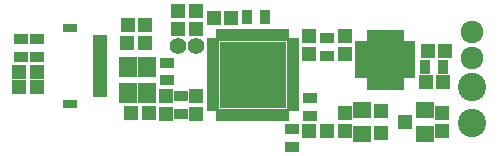
<source format=gbr>
G04 #@! TF.FileFunction,Soldermask,Top*
%FSLAX46Y46*%
G04 Gerber Fmt 4.6, Leading zero omitted, Abs format (unit mm)*
G04 Created by KiCad (PCBNEW 4.0.2-stable) date 2016年10月18日 星期二 03:38:32*
%MOMM*%
G01*
G04 APERTURE LIST*
%ADD10C,0.100000*%
%ADD11R,1.650000X1.400000*%
%ADD12R,1.150000X1.200000*%
%ADD13R,1.200000X1.150000*%
%ADD14C,2.398980*%
%ADD15C,1.924000*%
%ADD16R,1.300000X0.900000*%
%ADD17R,0.900000X1.300000*%
%ADD18R,1.200100X1.200100*%
%ADD19R,0.700000X1.250000*%
%ADD20R,1.250000X0.700000*%
%ADD21R,1.700000X1.700000*%
%ADD22R,1.600000X1.800000*%
%ADD23C,1.400760*%
%ADD24R,1.100000X0.650000*%
%ADD25R,0.650000X1.100000*%
%ADD26R,1.687500X1.687500*%
%ADD27R,1.200000X0.700000*%
%ADD28R,1.200000X0.800000*%
G04 APERTURE END LIST*
D10*
D11*
X180950000Y-99950000D03*
X180950000Y-97950000D03*
D12*
X182400000Y-99675000D03*
X182400000Y-98175000D03*
X174200000Y-99675000D03*
X174200000Y-98175000D03*
D11*
X175650000Y-99925000D03*
X175650000Y-97925000D03*
D12*
X171196000Y-91667200D03*
X171196000Y-93167200D03*
D13*
X157275000Y-92225000D03*
X155775000Y-92225000D03*
X157581600Y-98196400D03*
X156081600Y-98196400D03*
D12*
X161594800Y-96747200D03*
X161594800Y-98247200D03*
X161575000Y-91025000D03*
X161575000Y-89525000D03*
X159054800Y-96747200D03*
X159054800Y-98247200D03*
D13*
X163092000Y-90119200D03*
X164592000Y-90119200D03*
D12*
X160075000Y-91025000D03*
X160075000Y-89525000D03*
D13*
X172675000Y-99725000D03*
X171175000Y-99725000D03*
X155800000Y-90700000D03*
X157300000Y-90700000D03*
X148109190Y-94734258D03*
X146609190Y-94734258D03*
X148109190Y-95934258D03*
X146609190Y-95934258D03*
X182550000Y-95550000D03*
X181050000Y-95550000D03*
D12*
X174200000Y-93175000D03*
X174200000Y-91675000D03*
D13*
X181200000Y-92900000D03*
X182700000Y-92900000D03*
D14*
X185000000Y-99000000D03*
X185000000Y-96000000D03*
D15*
X185000000Y-91275000D03*
X185000000Y-93500000D03*
D16*
X169700000Y-99550000D03*
X169700000Y-101050000D03*
D17*
X167400000Y-90075000D03*
X165900000Y-90075000D03*
D16*
X159105600Y-93902400D03*
X159105600Y-95402400D03*
X160324800Y-98274000D03*
X160324800Y-96774000D03*
X148097597Y-93410111D03*
X148097597Y-91910111D03*
X171275000Y-96900000D03*
X171275000Y-98400000D03*
X172650000Y-91825000D03*
X172650000Y-93325000D03*
X146747597Y-91910111D03*
X146747597Y-93410111D03*
D17*
X181025000Y-94250000D03*
X182525000Y-94250000D03*
D18*
X177276020Y-98000000D03*
X177276020Y-99900000D03*
X179275000Y-98950000D03*
D19*
X176375000Y-95600000D03*
X176875000Y-95600000D03*
X177375000Y-95600000D03*
X177875000Y-95600000D03*
X178375000Y-95600000D03*
X178875000Y-95600000D03*
D20*
X179575000Y-94900000D03*
X179575000Y-94400000D03*
X179575000Y-93900000D03*
X179575000Y-93400000D03*
X179575000Y-92900000D03*
X179575000Y-92400000D03*
D19*
X178875000Y-91700000D03*
X178375000Y-91700000D03*
X177875000Y-91700000D03*
X177375000Y-91700000D03*
X176875000Y-91700000D03*
X176375000Y-91700000D03*
D20*
X175675000Y-92400000D03*
X175675000Y-92900000D03*
X175675000Y-93400000D03*
X175675000Y-93900000D03*
X175675000Y-94400000D03*
X175675000Y-94900000D03*
D21*
X178275000Y-93000000D03*
X176975000Y-93000000D03*
X178275000Y-94300000D03*
X176975000Y-94300000D03*
D22*
X155880000Y-94320000D03*
X155880000Y-96520000D03*
X157480000Y-94320000D03*
X157480000Y-96520000D03*
D23*
X161575000Y-92525000D03*
X160076400Y-92525000D03*
D24*
X163014000Y-92198800D03*
X163014000Y-92698800D03*
X163014000Y-93198800D03*
X163014000Y-93698800D03*
X163014000Y-94198800D03*
X163014000Y-94698800D03*
X163014000Y-95198800D03*
X163014000Y-95698800D03*
X163014000Y-96198800D03*
X163014000Y-96698800D03*
X163014000Y-97198800D03*
X163014000Y-97698800D03*
D25*
X163664000Y-98348800D03*
X164164000Y-98348800D03*
X164664000Y-98348800D03*
X165164000Y-98348800D03*
X165664000Y-98348800D03*
X166164000Y-98348800D03*
X166664000Y-98348800D03*
X167164000Y-98348800D03*
X167664000Y-98348800D03*
X168164000Y-98348800D03*
X168664000Y-98348800D03*
X169164000Y-98348800D03*
D24*
X169814000Y-97698800D03*
X169814000Y-97198800D03*
X169814000Y-96698800D03*
X169814000Y-96198800D03*
X169814000Y-95698800D03*
X169814000Y-95198800D03*
X169814000Y-94698800D03*
X169814000Y-94198800D03*
X169814000Y-93698800D03*
X169814000Y-93198800D03*
X169814000Y-92698800D03*
X169814000Y-92198800D03*
D25*
X169164000Y-91548800D03*
X168664000Y-91548800D03*
X168164000Y-91548800D03*
X167664000Y-91548800D03*
X167164000Y-91548800D03*
X166664000Y-91548800D03*
X166164000Y-91548800D03*
X165664000Y-91548800D03*
X165164000Y-91548800D03*
X164664000Y-91548800D03*
X164164000Y-91548800D03*
X163664000Y-91548800D03*
D26*
X168345250Y-96880050D03*
X168345250Y-95592550D03*
X168345250Y-94305050D03*
X168345250Y-93017550D03*
X167057750Y-96880050D03*
X167057750Y-95592550D03*
X167057750Y-94305050D03*
X167057750Y-93017550D03*
X165770250Y-96880050D03*
X165770250Y-95592550D03*
X165770250Y-94305050D03*
X165770250Y-93017550D03*
X164482750Y-96880050D03*
X164482750Y-95592550D03*
X164482750Y-94305050D03*
X164482750Y-93017550D03*
D27*
X153450000Y-91950000D03*
X153450000Y-92450000D03*
X153450000Y-92950000D03*
X153450000Y-93450000D03*
X153450000Y-93950000D03*
X153450000Y-94450000D03*
X153450000Y-94950000D03*
X153450000Y-95450000D03*
X153450000Y-95950000D03*
X153450000Y-96450000D03*
D28*
X150950000Y-90950000D03*
X150950000Y-97450000D03*
M02*

</source>
